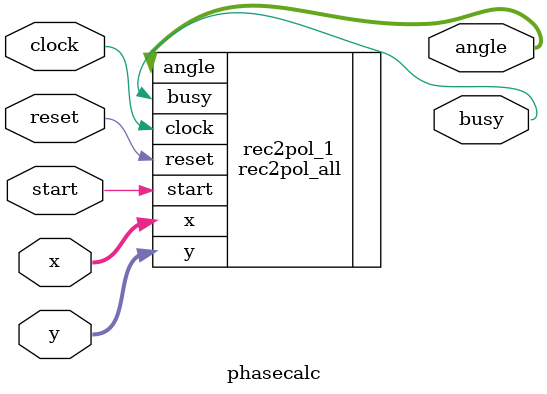
<source format=v>
`timescale 1ns / 1ps
module phasecalc (
    input clock,
    input reset,
    input start,
    output busy,
    input [12:0] x,
    input [12:0] y,
    output [18:0] angle
    );

parameter ROMSIZE = 16;
parameter COUNTERSIZE = 5;
parameter INSIZE = 13;
parameter OUTSIZE = 19;

rec2pol_all #(.ROMSIZE(ROMSIZE),
				.COUNTERSIZE(COUNTERSIZE),
				.INSIZE(INSIZE),
				.OUTSIZE(OUTSIZE)
			)
		rec2pol_1 (
			.clock(clock),
			.reset(reset),
			.start(start),
			.busy(busy),
			.x(x),
			.y(y),
			//.mod( mod ),
			.angle( angle )
		);

endmodule

</source>
